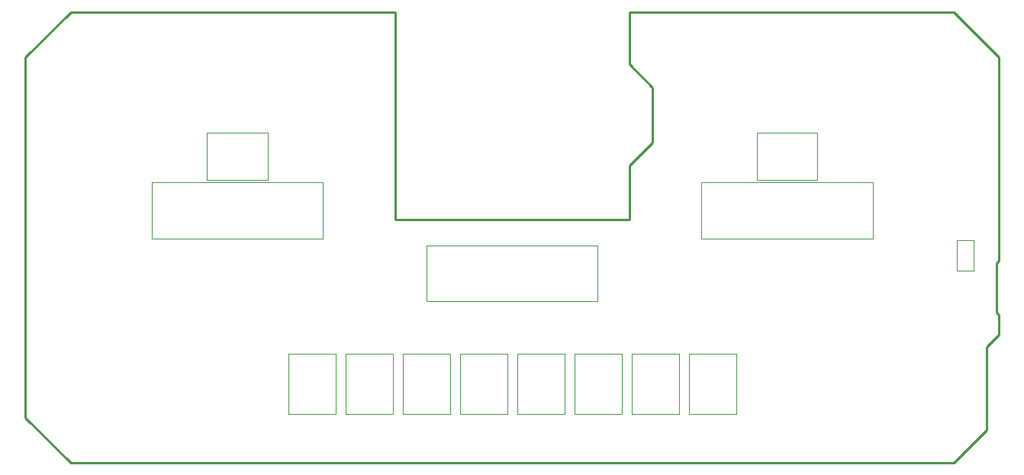
<source format=gbr>
%TF.GenerationSoftware,KiCad,Pcbnew,9.0.7*%
%TF.CreationDate,2026-01-30T16:58:59+00:00*%
%TF.ProjectId,FED3,46454433-2e6b-4696-9361-645f70636258,rev?*%
%TF.SameCoordinates,Original*%
%TF.FileFunction,Other,User*%
%FSLAX46Y46*%
G04 Gerber Fmt 4.6, Leading zero omitted, Abs format (unit mm)*
G04 Created by KiCad (PCBNEW 9.0.7) date 2026-01-30 16:58:59*
%MOMM*%
%LPD*%
G01*
G04 APERTURE LIST*
%ADD10C,0.050000*%
%TA.AperFunction,Profile*%
%ADD11C,0.250000*%
%TD*%
G04 APERTURE END LIST*
%TO.C,PI1*%
D10*
X188501100Y-98903600D02*
X169501100Y-98903600D01*
X169501100Y-105103600D01*
X188501100Y-105103600D01*
X188501100Y-98903600D01*
%TO.C,PI2*%
X158001100Y-105903600D02*
X139001100Y-105903600D01*
X139001100Y-112103600D01*
X158001100Y-112103600D01*
X158001100Y-105903600D01*
%TO.C,PI3*%
X127501100Y-98903600D02*
X108501100Y-98903600D01*
X108501100Y-105103600D01*
X127501100Y-105103600D01*
X127501100Y-98903600D01*
%TO.C,LED10*%
X182351100Y-93350400D02*
X175651100Y-93350400D01*
X175651100Y-98600400D01*
X182351100Y-98600400D01*
X182351100Y-93350400D01*
%TO.C,LED4*%
X149051900Y-117916000D02*
X154301900Y-117916000D01*
X154301900Y-124616000D01*
X149051900Y-124616000D01*
X149051900Y-117916000D01*
%TO.C,LED9*%
X121351100Y-93350400D02*
X114651100Y-93350400D01*
X114651100Y-98600400D01*
X121351100Y-98600400D01*
X121351100Y-93350400D01*
%TO.C,LED8*%
X123651900Y-117916000D02*
X128901900Y-117916000D01*
X128901900Y-124616000D01*
X123651900Y-124616000D01*
X123651900Y-117916000D01*
%TO.C,LED3*%
X155401900Y-117916000D02*
X160651900Y-117916000D01*
X160651900Y-124616000D01*
X155401900Y-124616000D01*
X155401900Y-117916000D01*
%TO.C,LED1*%
X168101900Y-117916000D02*
X173351900Y-117916000D01*
X173351900Y-124616000D01*
X168101900Y-124616000D01*
X168101900Y-117916000D01*
%TO.C,R26*%
X197800000Y-105320000D02*
X197800000Y-108680000D01*
X197800000Y-108680000D02*
X199700000Y-108680000D01*
X199700000Y-105320000D02*
X197800000Y-105320000D01*
X199700000Y-108680000D02*
X199700000Y-105320000D01*
%TO.C,LED2*%
X161751900Y-117916000D02*
X167001900Y-117916000D01*
X167001900Y-124616000D01*
X161751900Y-124616000D01*
X161751900Y-117916000D01*
%TO.C,LED6*%
X136351900Y-117916000D02*
X141601900Y-117916000D01*
X141601900Y-124616000D01*
X136351900Y-124616000D01*
X136351900Y-117916000D01*
%TO.C,LED7*%
X130001900Y-117916000D02*
X135251900Y-117916000D01*
X135251900Y-124616000D01*
X130001900Y-124616000D01*
X130001900Y-117916000D01*
%TO.C,LED5*%
X142701900Y-117916000D02*
X147951900Y-117916000D01*
X147951900Y-124616000D01*
X142701900Y-124616000D01*
X142701900Y-117916000D01*
%TD*%
D11*
X201101100Y-126403600D02*
X201101100Y-117203600D01*
X161501100Y-103003600D02*
X135501100Y-103003600D01*
X161501100Y-80003600D02*
X161501100Y-85751600D01*
X161501100Y-85751600D02*
X164097100Y-88347600D01*
X99501100Y-80003600D02*
X94501100Y-85003600D01*
X202221100Y-107883600D02*
X202501100Y-107603600D01*
X202501100Y-85003600D02*
X197501100Y-80003600D01*
X202221100Y-113323600D02*
X202221100Y-107883600D01*
X202501100Y-107603600D02*
X202501100Y-85003600D01*
X161501100Y-96983600D02*
X161501100Y-103003600D01*
X202501100Y-113603600D02*
X202221100Y-113323600D01*
X135501100Y-103003600D02*
X135501100Y-80003600D01*
X94501100Y-125003600D02*
X99501100Y-130003600D01*
X164097100Y-88347600D02*
X164097100Y-94443600D01*
X197501100Y-130003600D02*
X201101100Y-126403600D01*
X197501100Y-80003600D02*
X161501100Y-80003600D01*
X202501100Y-115803600D02*
X202501100Y-113603600D01*
X94501100Y-85003600D02*
X94501100Y-125003600D01*
X99501100Y-130003600D02*
X197501100Y-130003600D01*
X164097100Y-94443600D02*
X161501100Y-96983600D01*
X201101100Y-117203600D02*
X202501100Y-115803600D01*
X135501100Y-80003600D02*
X99501100Y-80003600D01*
M02*

</source>
